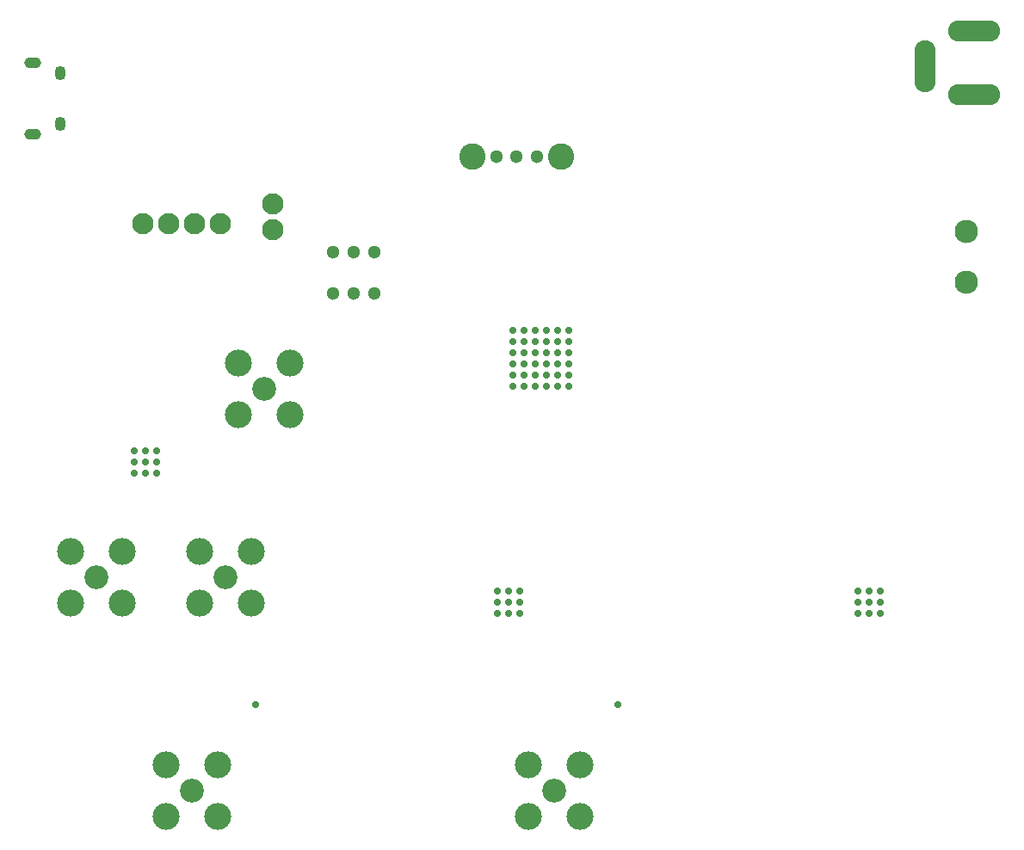
<source format=gbs>
G04*
G04 #@! TF.GenerationSoftware,Altium Limited,Altium Designer,21.8.1 (53)*
G04*
G04 Layer_Color=16711935*
%FSLAX44Y44*%
%MOMM*%
G71*
G04*
G04 #@! TF.SameCoordinates,52D87A49-8CD5-49E7-940E-534FF739D0A8*
G04*
G04*
G04 #@! TF.FilePolarity,Negative*
G04*
G01*
G75*
%ADD70C,2.6500*%
%ADD71C,2.3500*%
%ADD72C,1.3000*%
%ADD73C,2.6000*%
%ADD74O,1.6500X1.1000*%
%ADD75O,1.1000X1.4000*%
%ADD76C,2.1000*%
%ADD77O,5.1000X2.1000*%
%ADD78O,2.1000X5.1000*%
%ADD79C,2.3000*%
%ADD80C,0.7000*%
D70*
X109515Y408622D02*
D03*
Y357822D02*
D03*
X58715D02*
D03*
Y408622D02*
D03*
X236315D02*
D03*
Y357822D02*
D03*
X185515D02*
D03*
Y408622D02*
D03*
X152970Y198700D02*
D03*
Y147900D02*
D03*
X203770D02*
D03*
Y198700D02*
D03*
X559910Y198585D02*
D03*
X509110D02*
D03*
Y147785D02*
D03*
X559910D02*
D03*
X274821Y593900D02*
D03*
Y543100D02*
D03*
X224021D02*
D03*
Y593900D02*
D03*
D71*
X84115Y383222D02*
D03*
X210915D02*
D03*
X178370Y173300D02*
D03*
X534510Y173185D02*
D03*
X249421Y568500D02*
D03*
D72*
X497539Y796811D02*
D03*
X477539D02*
D03*
X517539D02*
D03*
X317225Y703098D02*
D03*
X337225D02*
D03*
X357225D02*
D03*
Y662468D02*
D03*
X337225D02*
D03*
X317225D02*
D03*
D73*
X541039Y796811D02*
D03*
X454039D02*
D03*
D74*
X21502Y889170D02*
D03*
Y819170D02*
D03*
D75*
X48502Y829170D02*
D03*
Y879170D02*
D03*
D76*
X154817Y730832D02*
D03*
X129417D02*
D03*
X205617D02*
D03*
X180217D02*
D03*
X257925Y725086D02*
D03*
Y750486D02*
D03*
D77*
X947328Y858039D02*
D03*
Y921039D02*
D03*
D78*
X899329Y886039D02*
D03*
D79*
X939750Y673250D02*
D03*
Y723250D02*
D03*
D80*
X143512Y485828D02*
D03*
X132512D02*
D03*
X121512D02*
D03*
X143512Y496828D02*
D03*
X132512D02*
D03*
X121512D02*
D03*
X143512Y507828D02*
D03*
X132512D02*
D03*
X121512D02*
D03*
X240874Y258067D02*
D03*
X597013Y257948D02*
D03*
X500993Y369646D02*
D03*
Y358646D02*
D03*
Y347646D02*
D03*
X489993Y369646D02*
D03*
Y358646D02*
D03*
Y347646D02*
D03*
X478993Y369646D02*
D03*
Y358646D02*
D03*
Y347646D02*
D03*
X855111Y369527D02*
D03*
Y358527D02*
D03*
Y347527D02*
D03*
X844111Y369527D02*
D03*
Y358527D02*
D03*
Y347527D02*
D03*
X833111Y369527D02*
D03*
Y358527D02*
D03*
Y347527D02*
D03*
X493745Y626000D02*
D03*
X504745D02*
D03*
X515745D02*
D03*
X526745D02*
D03*
X537745D02*
D03*
X548745D02*
D03*
X493745Y615000D02*
D03*
X504745D02*
D03*
X515745D02*
D03*
X526745D02*
D03*
X537745D02*
D03*
X548745D02*
D03*
X493745Y604000D02*
D03*
X504745D02*
D03*
X515745D02*
D03*
X526745D02*
D03*
X537745D02*
D03*
X548745D02*
D03*
X493745Y593000D02*
D03*
X504745D02*
D03*
X515745D02*
D03*
X526745D02*
D03*
X537745D02*
D03*
X548745D02*
D03*
X493745Y582000D02*
D03*
X504745D02*
D03*
X515745D02*
D03*
X526745D02*
D03*
X537745D02*
D03*
X548745D02*
D03*
X493745Y571000D02*
D03*
X504745D02*
D03*
X515745D02*
D03*
X526745D02*
D03*
X537745D02*
D03*
X548745D02*
D03*
M02*

</source>
